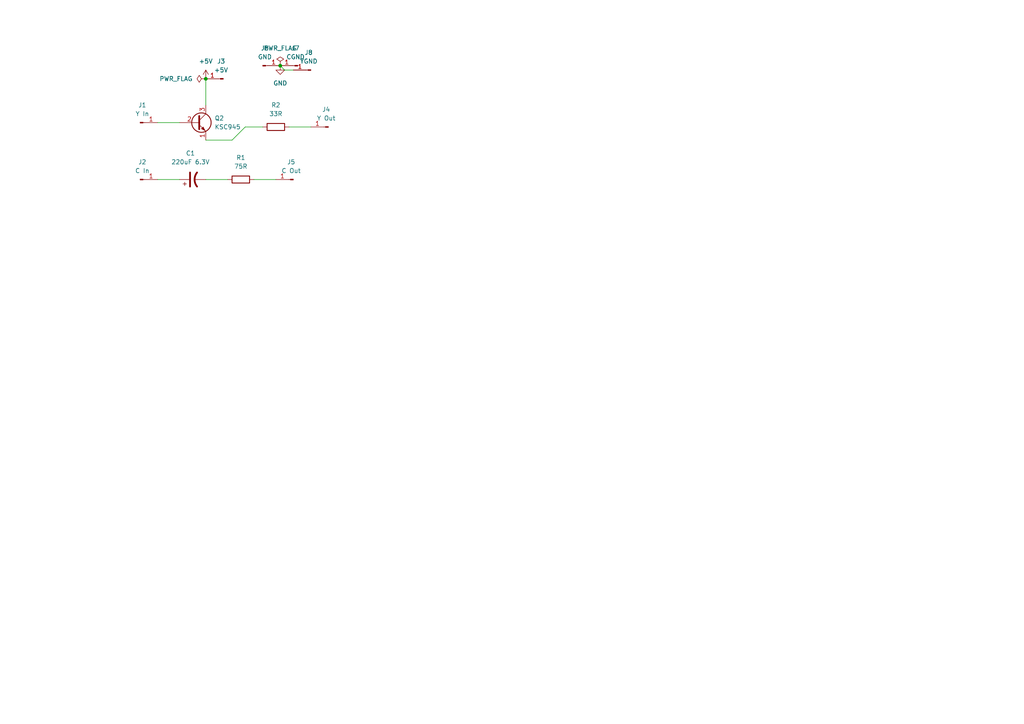
<source format=kicad_sch>
(kicad_sch (version 20230121) (generator eeschema)
  (paper "A4")
  (lib_symbols
    (symbol "Connector:Conn_01x01_Pin" (pin_names (offset 1.016) hide)
      (property "Reference" "J" (at 0 2.54 0))
      (property "Value" "Conn_01x01_Pin" (at 0 -2.54 0))
      (symbol "Conn_01x01_Pin_1_1"
        (polyline (pts (xy 1.27 0) (xy 0.8636 0)) (stroke (width 0.1524)))
        (rectangle (start 0.8636 0.127) (end 0 -0.127) (stroke (width 0.1524)) (fill (type outline)))
        (pin passive line (at 5.08 0 180) (length 3.81) (name "Pin_1") (number "1"))
      )
    )
    (symbol "Device:C_Polarized_US" (pin_numbers hide) (pin_names (offset 0.254) hide)
      (property "Reference" "C" (at 0.635 2.54 0))
      (property "Value" "C_Polarized_US" (at 0.635 -2.54 0))
      (symbol "C_Polarized_US_0_1"
        (polyline (pts (xy -2.032 0.762) (xy 2.032 0.762)) (stroke (width 0.508)))
        (polyline (pts (xy -1.778 2.286) (xy -0.762 2.286)))
        (polyline (pts (xy -1.27 1.778) (xy -1.27 2.794)))
        (arc (start 2.032 -1.27) (mid 0 -0.5572) (end -2.032 -1.27) (stroke (width 0.508)))
      )
      (symbol "C_Polarized_US_1_1"
        (pin passive line (at 0 3.81 270) (length 2.794) (name "~") (number "1"))
        (pin passive line (at 0 -3.81 90) (length 3.302) (name "~") (number "2"))
      )
    )
    (symbol "Device:Q_NPN_EBC" (pin_names (offset 0) hide)
      (property "Reference" "Q" (at 5.08 1.27 0))
      (property "Value" "Q_NPN_EBC" (at 5.08 -1.27 0))
      (symbol "Q_NPN_EBC_0_1"
        (polyline (pts (xy 0.635 0.635) (xy 2.54 2.54)))
        (polyline (pts (xy 0.635 -0.635) (xy 2.54 -2.54) (xy 2.54 -2.54)))
        (polyline (pts (xy 0.635 1.905) (xy 0.635 -1.905) (xy 0.635 -1.905)) (stroke (width 0.508)))
        (polyline (pts (xy 1.27 -1.778) (xy 1.778 -1.27) (xy 2.286 -2.286) (xy 1.27 -1.778) (xy 1.27 -1.778)) (fill (type outline)))
        (circle (center 1.27 0) (radius 2.8194) (stroke (width 0.254)))
      )
      (symbol "Q_NPN_EBC_1_1"
        (pin passive line (at 2.54 -5.08 90) (length 2.54) (name "E") (number "1"))
        (pin passive line (at -5.08 0 0) (length 5.715) (name "B") (number "2"))
        (pin passive line (at 2.54 5.08 270) (length 2.54) (name "C") (number "3"))
      )
    )
    (symbol "Device:R" (pin_numbers hide) (pin_names (offset 0))
      (property "Reference" "R" (at 2.032 0 90))
      (property "Value" "R" (at 0 0 90))
      (symbol "R_0_1"
        (rectangle (start -1.016 -2.54) (end 1.016 2.54) (stroke (width 0.254)))
      )
      (symbol "R_1_1"
        (pin passive line (at 0 3.81 270) (length 1.27) (name "~") (number "1"))
        (pin passive line (at 0 -3.81 90) (length 1.27) (name "~") (number "2"))
      )
    )
    (symbol "power:+5V" (power) (pin_names (offset 0))
      (property "Value" "+5V" (at 0 3.556 0))
      (symbol "+5V_0_1"
        (polyline (pts (xy -0.762 1.27) (xy 0 2.54)))
        (polyline (pts (xy 0 0) (xy 0 2.54)))
        (polyline (pts (xy 0 2.54) (xy 0.762 1.27)))
      )
      (symbol "+5V_1_1"
        (pin power_in line (at 0 0 90) (length 0) hide (name "+5V") (number "1"))
      )
    )
    (symbol "power:GND" (power) (pin_names (offset 0))
      (property "Value" "GND" (at 0 -3.81 0))
      (symbol "GND_0_1"
        (polyline (pts (xy 0 0) (xy 0 -1.27) (xy 1.27 -1.27) (xy 0 -2.54) (xy -1.27 -1.27) (xy 0 -1.27)))
      )
      (symbol "GND_1_1"
        (pin power_in line (at 0 0 270) (length 0) hide (name "GND") (number "1"))
      )
    )
    (symbol "power:PWR_FLAG" (power) (pin_numbers hide) (pin_names (offset 0) hide)
      (property "Value" "PWR_FLAG" (at 0 3.81 0))
      (symbol "PWR_FLAG_0_0"
        (pin power_out line (at 0 0 90) (length 0) (name "pwr") (number "1"))
      )
      (symbol "PWR_FLAG_0_1"
        (polyline (pts (xy 0 0) (xy 0 1.27) (xy -1.016 1.905) (xy 0 2.54) (xy 1.016 1.905) (xy 0 1.27)))
      )
    )
  )
  (junction (at 81.28 19.05))
  (junction (at 59.69 22.86))
  (wire (pts (xy 45.72 35.56) (xy 52.07 35.56)))
  (wire (pts (xy 85.09 20.32) (xy 82.55 20.32)))
  (wire (pts (xy 73.66 52.07) (xy 80.01 52.07)))
  (wire (pts (xy 59.69 52.07) (xy 66.04 52.07)))
  (wire (pts (xy 59.69 22.86) (xy 59.69 30.48)))
  (wire (pts (xy 45.72 52.07) (xy 52.07 52.07)))
  (wire (pts (xy 82.55 20.32) (xy 81.28 19.05)))
  (wire (pts (xy 83.82 36.83) (xy 90.17 36.83)))
  (wire (pts (xy 67.31 40.64) (xy 71.12 36.83)))
  (wire (pts (xy 59.69 40.64) (xy 67.31 40.64)))
  (wire (pts (xy 71.12 36.83) (xy 76.2 36.83)))
  (symbol (lib_id "Connector:Conn_01x01_Pin") (at 90.17 20.32 180) (unit 1)
    (property "Reference" "J8" (at 89.535 15.24 0))
    (property "Value" "YGND" (at 89.535 17.78 0))
    (property "Footprint" "Custom:SolderWirePad_1x01_SMD_2x4mm" (effects hide))
  )
  (symbol (lib_id "Device:Q_NPN_EBC") (at 57.15 35.56 0) (unit 1)
    (property "Reference" "Q2" (at 62.23 34.29 0) (effects (justify left)))
    (property "Value" "KSC945" (at 62.23 36.83 0) (effects (justify left)))
    (property "Footprint" "Package_TO_SOT_THT:TO-92L_Inline_Wide" (effects hide))
  )
  (symbol (lib_id "power:PWR_FLAG") (at 81.28 19.05 0) (unit 1)
    (property "Reference" "#FLG02" (effects hide))
    (property "Value" "PWR_FLAG" (at 81.28 13.97 0))
  )
  (symbol (lib_id "power:PWR_FLAG") (at 59.69 22.86 90) (unit 1)
    (property "Reference" "#FLG01" (effects hide))
    (property "Value" "PWR_FLAG" (at 55.88 22.86 90) (effects (justify left)))
  )
  (symbol (lib_id "power:GND") (at 81.28 19.05 0) (unit 1)
    (property "Reference" "#PWR02" (effects hide))
    (property "Value" "GND" (at 81.28 24.13 0))
  )
  (symbol (lib_id "Connector:Conn_01x01_Pin") (at 86.36 19.05 180) (unit 1)
    (property "Reference" "J7" (at 85.725 13.97 0))
    (property "Value" "CGND" (at 85.725 16.51 0))
    (property "Footprint" "Custom:SolderWirePad_1x01_SMD_2x4mm" (effects hide))
  )
  (symbol (lib_id "Connector:Conn_01x01_Pin") (at 95.25 36.83 180) (unit 1) (in_bom no)
    (property "Reference" "J4" (at 94.615 31.75 0))
    (property "Value" "Y Out" (at 94.615 34.29 0))
    (property "Footprint" "Custom:SolderWirePad_1x01_SMD_2x4mm" (effects hide))
  )
  (symbol (lib_id "Connector:Conn_01x01_Pin") (at 85.09 52.07 180) (unit 1) (in_bom no)
    (property "Reference" "J5" (at 84.455 46.99 0))
    (property "Value" "C Out" (at 84.455 49.53 0))
    (property "Footprint" "Custom:SolderWirePad_1x01_SMD_2x4mm" (effects hide))
  )
  (symbol (lib_id "Connector:Conn_01x01_Pin") (at 40.64 35.56 0) (unit 1) (in_bom no)
    (property "Reference" "J1" (at 41.275 30.48 0))
    (property "Value" "Y In" (at 41.275 33.02 0))
    (property "Footprint" "Custom:SolderWirePad_1x01_SMD_2x4mm" (effects hide))
  )
  (symbol (lib_id "Connector:Conn_01x01_Pin") (at 64.77 22.86 180) (unit 1) (in_bom no)
    (property "Reference" "J3" (at 64.135 17.78 0))
    (property "Value" "+5V" (at 64.135 20.32 0))
    (property "Footprint" "Custom:SolderWirePad_1x01_SMD_2x4mm" (effects hide))
  )
  (symbol (lib_id "Device:C_Polarized_US") (at 55.88 52.07 90) (unit 1)
    (property "Reference" "C1" (at 55.245 44.45 90))
    (property "Value" "220uF 6.3V" (at 55.245 46.99 90))
    (property "Footprint" "Capacitor_THT:CP_Radial_D5.0mm_P2.50mm" (effects hide))
  )
  (symbol (lib_id "Connector:Conn_01x01_Pin") (at 76.2 19.05 0) (unit 1)
    (property "Reference" "J6" (at 76.835 13.97 0))
    (property "Value" "GND" (at 76.835 16.51 0))
    (property "Footprint" "Custom:SolderWirePad_1x01_SMD_2x4mm" (effects hide))
  )
  (symbol (lib_id "Connector:Conn_01x01_Pin") (at 40.64 52.07 0) (unit 1) (in_bom no)
    (property "Reference" "J2" (at 41.275 46.99 0))
    (property "Value" "C In" (at 41.275 49.53 0))
    (property "Footprint" "Custom:SolderWirePad_1x01_SMD_2x4mm" (effects hide))
  )
  (symbol (lib_id "Device:R") (at 80.01 36.83 90) (unit 1)
    (property "Reference" "R2" (at 80.01 30.48 90))
    (property "Value" "33R" (at 80.01 33.02 90))
    (property "Footprint" "Resistor_THT:R_Axial_DIN0207_L6.3mm_D2.5mm_P10.16mm_Horizontal" (effects hide))
  )
  (symbol (lib_id "power:+5V") (at 59.69 22.86 0) (unit 1)
    (property "Reference" "#PWR01" (effects hide))
    (property "Value" "+5V" (at 59.69 17.78 0))
  )
  (symbol (lib_id "Device:R") (at 69.85 52.07 90) (unit 1)
    (property "Reference" "R1" (at 69.85 45.72 90))
    (property "Value" "75R" (at 69.85 48.26 90))
    (property "Footprint" "Resistor_THT:R_Axial_DIN0207_L6.3mm_D2.5mm_P10.16mm_Horizontal" (effects hide))
  )
)
</source>
